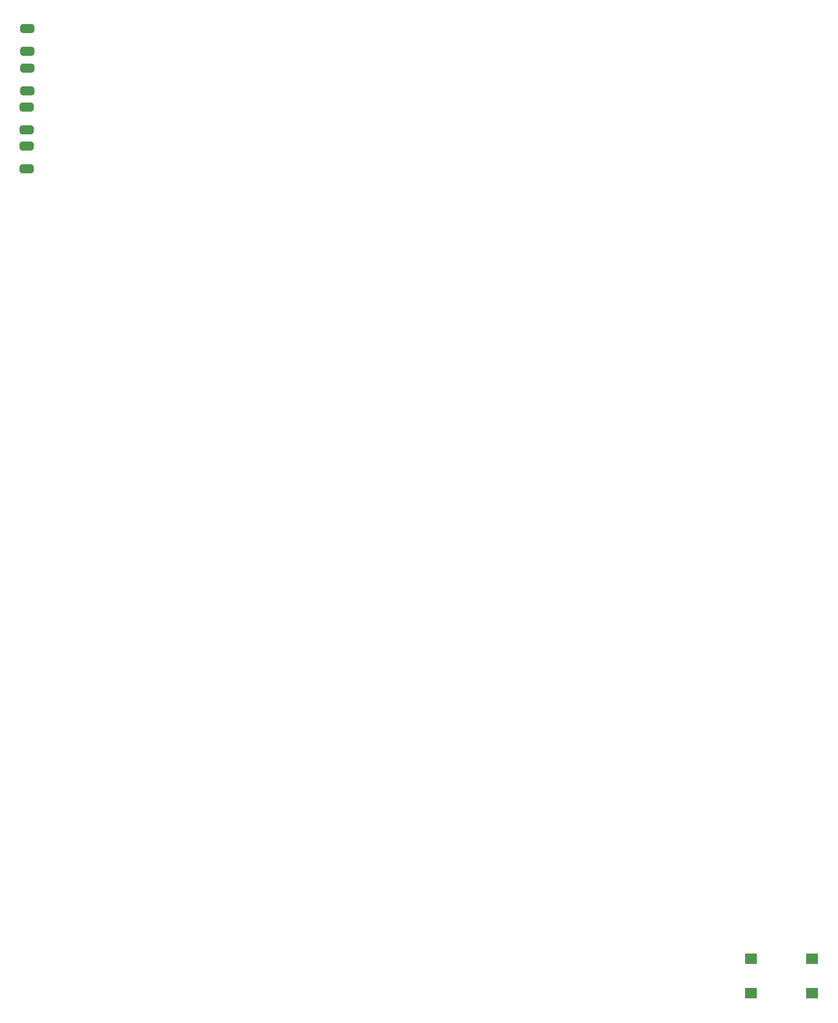
<source format=gtp>
G04 #@! TF.GenerationSoftware,KiCad,Pcbnew,8.0.5*
G04 #@! TF.CreationDate,2024-09-20T21:49:52-04:00*
G04 #@! TF.ProjectId,ISA_PC104 Backplane,4953415f-5043-4313-9034-204261636b70,rev?*
G04 #@! TF.SameCoordinates,Original*
G04 #@! TF.FileFunction,Paste,Top*
G04 #@! TF.FilePolarity,Positive*
%FSLAX46Y46*%
G04 Gerber Fmt 4.6, Leading zero omitted, Abs format (unit mm)*
G04 Created by KiCad (PCBNEW 8.0.5) date 2024-09-20 21:49:52*
%MOMM*%
%LPD*%
G01*
G04 APERTURE LIST*
G04 Aperture macros list*
%AMRoundRect*
0 Rectangle with rounded corners*
0 $1 Rounding radius*
0 $2 $3 $4 $5 $6 $7 $8 $9 X,Y pos of 4 corners*
0 Add a 4 corners polygon primitive as box body*
4,1,4,$2,$3,$4,$5,$6,$7,$8,$9,$2,$3,0*
0 Add four circle primitives for the rounded corners*
1,1,$1+$1,$2,$3*
1,1,$1+$1,$4,$5*
1,1,$1+$1,$6,$7*
1,1,$1+$1,$8,$9*
0 Add four rect primitives between the rounded corners*
20,1,$1+$1,$2,$3,$4,$5,0*
20,1,$1+$1,$4,$5,$6,$7,0*
20,1,$1+$1,$6,$7,$8,$9,0*
20,1,$1+$1,$8,$9,$2,$3,0*%
G04 Aperture macros list end*
%ADD10RoundRect,0.250000X-0.650000X0.325000X-0.650000X-0.325000X0.650000X-0.325000X0.650000X0.325000X0*%
%ADD11RoundRect,0.250000X0.650000X-0.325000X0.650000X0.325000X-0.650000X0.325000X-0.650000X-0.325000X0*%
%ADD12R,1.600000X1.400000*%
G04 APERTURE END LIST*
D10*
X263150000Y-131050000D03*
X263150000Y-134000000D03*
X263175000Y-115770000D03*
X263175000Y-118720000D03*
D11*
X263160000Y-128920000D03*
X263160000Y-125970000D03*
X263175000Y-123835000D03*
X263175000Y-120885000D03*
D12*
X357510000Y-241570000D03*
X365510000Y-241570000D03*
X357510000Y-237070000D03*
X365510000Y-237070000D03*
M02*

</source>
